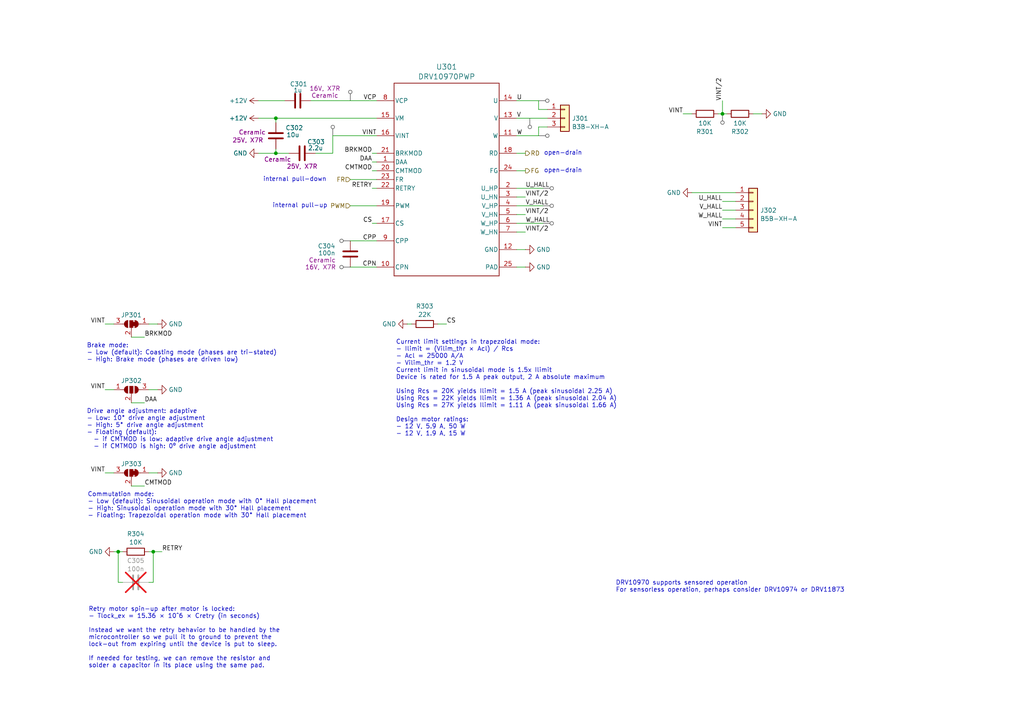
<source format=kicad_sch>
(kicad_sch (version 20231120) (generator "eeschema") (generator_version "8.0")
  (paper "A4")
  (title_block (title "Minuet Fan Motor Driver"))
  (lib_symbols
    (symbol "Connector_Generic:Conn_01x03" (pin_names (offset 1.016) hide)
      (property "Reference" "J" (at 0 5.08 0))
      (property "Value" "Conn_01x03" (at 0 -5.08 0))
      (symbol "Conn_01x03_1_1"
        (rectangle (start -1.27 -2.413) (end 0 -2.667) (stroke (width 0.1524)))
        (rectangle (start -1.27 0.127) (end 0 -0.127) (stroke (width 0.1524)))
        (rectangle (start -1.27 2.667) (end 0 2.413) (stroke (width 0.1524)))
        (rectangle (start -1.27 3.81) (end 1.27 -3.81) (stroke (width 0.254)) (fill (type background)))
        (pin passive line (at -5.08 2.54 0) (length 3.81) (name "Pin_1") (number "1"))
        (pin passive line (at -5.08 0 0) (length 3.81) (name "Pin_2") (number "2"))
        (pin passive line (at -5.08 -2.54 0) (length 3.81) (name "Pin_3") (number "3"))
      )
    )
    (symbol "Connector_Generic:Conn_01x05" (pin_names (offset 1.016) hide)
      (property "Reference" "J" (at 0 7.62 0))
      (property "Value" "Conn_01x05" (at 0 -7.62 0))
      (symbol "Conn_01x05_1_1"
        (rectangle (start -1.27 -4.953) (end 0 -5.207) (stroke (width 0.1524)))
        (rectangle (start -1.27 -2.413) (end 0 -2.667) (stroke (width 0.1524)))
        (rectangle (start -1.27 0.127) (end 0 -0.127) (stroke (width 0.1524)))
        (rectangle (start -1.27 2.667) (end 0 2.413) (stroke (width 0.1524)))
        (rectangle (start -1.27 5.207) (end 0 4.953) (stroke (width 0.1524)))
        (rectangle (start -1.27 6.35) (end 1.27 -6.35) (stroke (width 0.254)) (fill (type background)))
        (pin passive line (at -5.08 5.08 0) (length 3.81) (name "Pin_1") (number "1"))
        (pin passive line (at -5.08 2.54 0) (length 3.81) (name "Pin_2") (number "2"))
        (pin passive line (at -5.08 0 0) (length 3.81) (name "Pin_3") (number "3"))
        (pin passive line (at -5.08 -2.54 0) (length 3.81) (name "Pin_4") (number "4"))
        (pin passive line (at -5.08 -5.08 0) (length 3.81) (name "Pin_5") (number "5"))
      )
    )
    (symbol "DRV10970PWP:DRV10970PWP" (pin_names (offset 0.254))
      (property "Reference" "U" (at 0 2.54 0))
      (property "Value" "DRV10970PWP" (at 0 0 0))
      (symbol "DRV10970PWP_0_1"
        (polyline (pts (xy -15.24 -27.94) (xy 15.24 -27.94)) (stroke (width 0.2032)))
        (polyline (pts (xy -15.24 27.94) (xy -15.24 -27.94)) (stroke (width 0.2032)))
        (polyline (pts (xy 15.24 -27.94) (xy 15.24 27.94)) (stroke (width 0.2032)))
        (polyline (pts (xy 15.24 27.94) (xy -15.24 27.94)) (stroke (width 0.2032)))
        (pin input line (at -20.32 5.08 0) (length 5.08) (name "DAA") (number "1"))
        (pin power_out line (at -20.32 -25.4 0) (length 5.08) (name "CPN") (number "10"))
        (pin output line (at 20.32 12.7 180) (length 5.08) (name "W") (number "11"))
        (pin power_in line (at 20.32 -20.32 180) (length 5.08) (name "GND") (number "12"))
        (pin output line (at 20.32 17.78 180) (length 5.08) (name "V") (number "13"))
        (pin output line (at 20.32 22.86 180) (length 5.08) (name "U") (number "14"))
        (pin power_in line (at -20.32 17.78 0) (length 5.08) (name "VM") (number "15"))
        (pin power_out line (at -20.32 12.7 0) (length 5.08) (name "VINT") (number "16"))
        (pin input line (at -20.32 -12.7 0) (length 5.08) (name "CS") (number "17"))
        (pin open_collector line (at 20.32 7.62 180) (length 5.08) (name "RD") (number "18"))
        (pin input line (at -20.32 -7.62 0) (length 5.08) (name "PWM") (number "19"))
        (pin input line (at 20.32 -2.54 180) (length 5.08) (name "U_HP") (number "2"))
        (pin input line (at -20.32 2.54 0) (length 5.08) (name "CMTMOD") (number "20"))
        (pin input line (at -20.32 7.62 0) (length 5.08) (name "BRKMOD") (number "21"))
        (pin input line (at -20.32 -2.54 0) (length 5.08) (name "RETRY") (number "22"))
        (pin input line (at -20.32 0 0) (length 5.08) (name "FR") (number "23"))
        (pin open_collector line (at 20.32 2.54 180) (length 5.08) (name "FG") (number "24"))
        (pin power_in line (at 20.32 -25.4 180) (length 5.08) (name "PAD") (number "25"))
        (pin input line (at 20.32 -5.08 180) (length 5.08) (name "U_HN") (number "3"))
        (pin input line (at 20.32 -7.62 180) (length 5.08) (name "V_HP") (number "4"))
        (pin input line (at 20.32 -10.16 180) (length 5.08) (name "V_HN") (number "5"))
        (pin input line (at 20.32 -12.7 180) (length 5.08) (name "W_HP") (number "6"))
        (pin input line (at 20.32 -15.24 180) (length 5.08) (name "W_HN") (number "7"))
        (pin power_out line (at -20.32 22.86 0) (length 5.08) (name "VCP") (number "8"))
        (pin power_out line (at -20.32 -17.78 0) (length 5.08) (name "CPP") (number "9"))
      )
    )
    (symbol "Device:C" (pin_numbers hide) (pin_names (offset 0.254))
      (property "Reference" "C" (at 0.635 2.54 0))
      (property "Value" "C" (at 0.635 -2.54 0))
      (symbol "C_0_1"
        (polyline (pts (xy -2.032 -0.762) (xy 2.032 -0.762)) (stroke (width 0.508)))
        (polyline (pts (xy -2.032 0.762) (xy 2.032 0.762)) (stroke (width 0.508)))
      )
      (symbol "C_1_1"
        (pin passive line (at 0 3.81 270) (length 2.794) (name "~") (number "1"))
        (pin passive line (at 0 -3.81 90) (length 2.794) (name "~") (number "2"))
      )
    )
    (symbol "Device:R" (pin_numbers hide) (pin_names (offset 0))
      (property "Reference" "R" (at 2.032 0 90))
      (property "Value" "R" (at 0 0 90))
      (symbol "R_0_1"
        (rectangle (start -1.016 -2.54) (end 1.016 2.54) (stroke (width 0.254)))
      )
      (symbol "R_1_1"
        (pin passive line (at 0 3.81 270) (length 1.27) (name "~") (number "1"))
        (pin passive line (at 0 -3.81 90) (length 1.27) (name "~") (number "2"))
      )
    )
    (symbol "Jumper:SolderJumper_3_Bridged12" (pin_names (offset 0) hide) (exclude_from_sim yes) (in_bom no)
      (property "Reference" "JP" (at -2.54 -2.54 0))
      (property "Value" "SolderJumper_3_Bridged12" (at 0 2.794 0))
      (symbol "SolderJumper_3_Bridged12_0_1"
        (rectangle (start -1.016 0.508) (end -0.508 -0.508) (fill (type outline)))
        (arc (start -1.016 1.016) (mid -2.0276 0) (end -1.016 -1.016))
        (arc (start -1.016 1.016) (mid -2.0276 0) (end -1.016 -1.016) (fill (type outline)))
        (rectangle (start -0.508 1.016) (end 0.508 -1.016) (fill (type outline)))
        (polyline (pts (xy -2.54 0) (xy -2.032 0)))
        (polyline (pts (xy -1.016 1.016) (xy -1.016 -1.016)))
        (polyline (pts (xy 0 -1.27) (xy 0 -1.016)))
        (polyline (pts (xy 1.016 1.016) (xy 1.016 -1.016)))
        (polyline (pts (xy 2.54 0) (xy 2.032 0)))
        (arc (start 1.016 -1.016) (mid 2.0276 0) (end 1.016 1.016))
        (arc (start 1.016 -1.016) (mid 2.0276 0) (end 1.016 1.016) (fill (type outline)))
      )
      (symbol "SolderJumper_3_Bridged12_1_1"
        (pin passive line (at -5.08 0 0) (length 2.54) (name "A") (number "1"))
        (pin passive line (at 0 -3.81 90) (length 2.54) (name "C") (number "2"))
        (pin passive line (at 5.08 0 180) (length 2.54) (name "B") (number "3"))
      )
    )
    (symbol "Jumper:SolderJumper_3_Open" (pin_names (offset 0) hide) (exclude_from_sim yes) (in_bom no)
      (property "Reference" "JP" (at -2.54 -2.54 0))
      (property "Value" "SolderJumper_3_Open" (at 0 2.794 0))
      (symbol "SolderJumper_3_Open_0_1"
        (arc (start -1.016 1.016) (mid -2.0276 0) (end -1.016 -1.016))
        (arc (start -1.016 1.016) (mid -2.0276 0) (end -1.016 -1.016) (fill (type outline)))
        (rectangle (start -0.508 1.016) (end 0.508 -1.016) (fill (type outline)))
        (polyline (pts (xy -2.54 0) (xy -2.032 0)))
        (polyline (pts (xy -1.016 1.016) (xy -1.016 -1.016)))
        (polyline (pts (xy 0 -1.27) (xy 0 -1.016)))
        (polyline (pts (xy 1.016 1.016) (xy 1.016 -1.016)))
        (polyline (pts (xy 2.54 0) (xy 2.032 0)))
        (arc (start 1.016 -1.016) (mid 2.0276 0) (end 1.016 1.016))
        (arc (start 1.016 -1.016) (mid 2.0276 0) (end 1.016 1.016) (fill (type outline)))
      )
      (symbol "SolderJumper_3_Open_1_1"
        (pin passive line (at -5.08 0 0) (length 2.54) (name "A") (number "1"))
        (pin passive line (at 0 -3.81 90) (length 2.54) (name "C") (number "2"))
        (pin passive line (at 5.08 0 180) (length 2.54) (name "B") (number "3"))
      )
    )
    (symbol "power:+12V" (power) (pin_numbers hide) (pin_names (offset 0) hide)
      (property "Value" "+12V" (at 0 3.556 0))
      (symbol "+12V_0_1"
        (polyline (pts (xy -0.762 1.27) (xy 0 2.54)))
        (polyline (pts (xy 0 0) (xy 0 2.54)))
        (polyline (pts (xy 0 2.54) (xy 0.762 1.27)))
      )
      (symbol "+12V_1_1"
        (pin power_in line (at 0 0 90) (length 0) (name "~") (number "1"))
      )
    )
    (symbol "power:GND" (power) (pin_numbers hide) (pin_names (offset 0) hide)
      (property "Value" "GND" (at 0 -3.81 0))
      (symbol "GND_0_1"
        (polyline (pts (xy 0 0) (xy 0 -1.27) (xy 1.27 -1.27) (xy 0 -2.54) (xy -1.27 -1.27) (xy 0 -1.27)))
      )
      (symbol "GND_1_1"
        (pin power_in line (at 0 0 270) (length 0) (name "~") (number "1"))
      )
    )
  )
  (junction (at 44.45 160.02))
  (junction (at 80.01 34.29))
  (junction (at 34.29 160.02))
  (junction (at 80.01 44.45))
  (junction (at 209.55 33.02))
  (wire (pts (xy 152.4 57.15) (xy 149.86 57.15)))
  (wire (pts (xy 30.48 113.03) (xy 33.02 113.03)))
  (wire (pts (xy 91.44 44.45) (xy 96.52 44.45)))
  (wire (pts (xy 96.52 44.45) (xy 96.52 39.37)))
  (wire (pts (xy 30.48 93.98) (xy 33.02 93.98)))
  (wire (pts (xy 209.55 60.96) (xy 213.36 60.96)))
  (wire (pts (xy 107.95 46.99) (xy 109.22 46.99)))
  (wire (pts (xy 156.21 36.83) (xy 156.21 39.37)))
  (wire (pts (xy 209.55 58.42) (xy 213.36 58.42)))
  (wire (pts (xy 80.01 44.45) (xy 80.01 43.18)))
  (wire (pts (xy 38.1 97.79) (xy 41.91 97.79)))
  (wire (pts (xy 101.6 77.47) (xy 109.22 77.47)))
  (wire (pts (xy 149.86 49.53) (xy 152.4 49.53)))
  (wire (pts (xy 209.55 29.21) (xy 209.55 33.02)))
  (wire (pts (xy 30.48 137.16) (xy 33.02 137.16)))
  (wire (pts (xy 43.18 113.03) (xy 45.72 113.03)))
  (wire (pts (xy 107.95 54.61) (xy 109.22 54.61)))
  (wire (pts (xy 38.1 140.97) (xy 41.91 140.97)))
  (wire (pts (xy 101.6 59.69) (xy 109.22 59.69)))
  (wire (pts (xy 158.75 36.83) (xy 156.21 36.83)))
  (wire (pts (xy 35.56 160.02) (xy 34.29 160.02)))
  (wire (pts (xy 198.12 33.02) (xy 200.66 33.02)))
  (wire (pts (xy 43.18 168.91) (xy 44.45 168.91)))
  (wire (pts (xy 107.95 44.45) (xy 109.22 44.45)))
  (wire (pts (xy 152.4 62.23) (xy 149.86 62.23)))
  (wire (pts (xy 107.95 64.77) (xy 109.22 64.77)))
  (wire (pts (xy 209.55 66.04) (xy 213.36 66.04)))
  (wire (pts (xy 156.21 29.21) (xy 156.21 31.75)))
  (wire (pts (xy 101.6 52.07) (xy 109.22 52.07)))
  (wire (pts (xy 107.95 49.53) (xy 109.22 49.53)))
  (wire (pts (xy 218.44 33.02) (xy 220.98 33.02)))
  (wire (pts (xy 44.45 168.91) (xy 44.45 160.02)))
  (wire (pts (xy 119.38 93.98) (xy 118.11 93.98)))
  (wire (pts (xy 96.52 39.37) (xy 109.22 39.37)))
  (wire (pts (xy 149.86 77.47) (xy 152.4 77.47)))
  (wire (pts (xy 101.6 69.85) (xy 109.22 69.85)))
  (wire (pts (xy 156.21 31.75) (xy 158.75 31.75)))
  (wire (pts (xy 200.66 55.88) (xy 213.36 55.88)))
  (wire (pts (xy 74.93 29.21) (xy 82.55 29.21)))
  (wire (pts (xy 149.86 54.61) (xy 157.48 54.61)))
  (wire (pts (xy 80.01 34.29) (xy 109.22 34.29)))
  (wire (pts (xy 80.01 44.45) (xy 83.82 44.45)))
  (wire (pts (xy 34.29 160.02) (xy 34.29 168.91)))
  (wire (pts (xy 149.86 44.45) (xy 152.4 44.45)))
  (wire (pts (xy 149.86 39.37) (xy 156.21 39.37)))
  (wire (pts (xy 74.93 34.29) (xy 80.01 34.29)))
  (wire (pts (xy 149.86 64.77) (xy 157.48 64.77)))
  (wire (pts (xy 43.18 137.16) (xy 45.72 137.16)))
  (wire (pts (xy 43.18 160.02) (xy 44.45 160.02)))
  (wire (pts (xy 34.29 160.02) (xy 33.02 160.02)))
  (wire (pts (xy 208.28 33.02) (xy 209.55 33.02)))
  (wire (pts (xy 149.86 72.39) (xy 152.4 72.39)))
  (wire (pts (xy 43.18 93.98) (xy 45.72 93.98)))
  (wire (pts (xy 149.86 59.69) (xy 157.48 59.69)))
  (wire (pts (xy 38.1 116.84) (xy 41.91 116.84)))
  (wire (pts (xy 127 93.98) (xy 129.54 93.98)))
  (wire (pts (xy 149.86 34.29) (xy 158.75 34.29)))
  (wire (pts (xy 90.17 29.21) (xy 109.22 29.21)))
  (wire (pts (xy 209.55 63.5) (xy 213.36 63.5)))
  (wire (pts (xy 74.93 44.45) (xy 80.01 44.45)))
  (wire (pts (xy 152.4 67.31) (xy 149.86 67.31)))
  (wire (pts (xy 209.55 33.02) (xy 210.82 33.02)))
  (wire (pts (xy 80.01 34.29) (xy 80.01 35.56)))
  (wire (pts (xy 35.56 168.91) (xy 34.29 168.91)))
  (wire (pts (xy 44.45 160.02) (xy 46.99 160.02)))
  (wire (pts (xy 149.86 29.21) (xy 156.21 29.21)))
  (text "Brake mode:\n- Low (default): Coasting mode (phases are tri-stated)\n- High: Brake mode (phases are driven low)" (at 25.146 99.568 0) (effects (font (size 1.27 1.27)) (justify left top)))
  (text "internal pull-up" (at 94.996 59.69 0) (effects (font (size 1.27 1.27)) (justify right)))
  (text "Drive angle adjustment: adaptive\n- Low: 10° drive angle adjustment\n- High: 5° drive angle adjustment\n- Floating (default):\n  - if CMTMOD is low: adaptive drive angle adjustment\n  - if CMTMOD is high: 0º drive angle adjustment" (at 25.146 118.618 0) (effects (font (size 1.27 1.27)) (justify left top)))
  (text "DRV10970 supports sensored operation\nFor sensorless operation, perhaps consider DRV10974 or DRV11873" (at 178.562 168.402 0) (effects (font (size 1.27 1.27)) (justify left top)))
  (text "Retry motor spin-up after motor is locked:\n- Tlock_ex = 15.36 × 10^6 × Cretry (in seconds)\n\nInstead we want the retry behavior to be handled by the\nmicrocontroller so we pull it to ground to prevent the\nlock-out from expiring until the device is put to sleep.\n\nIf needed for testing, we can remove the resistor and\nsolder a capacitor in its place using the same pad." (at 25.654 176.022 0) (effects (font (size 1.27 1.27)) (justify left top)))
  (text "open-drain" (at 157.734 49.53 0) (effects (font (size 1.27 1.27)) (justify left)))
  (text "internal pull-down" (at 94.742 52.07 0) (effects (font (size 1.27 1.27)) (justify right)))
  (text "Current limit settings in trapezoidal mode:\n- Ilimit = (Vilim_thr × Acl) / Rcs \n- Acl = 25000 A/A\n- Vilim_thr = 1.2 V\nCurrent limit in sinusoidal mode is 1.5x Ilimit\nDevice is rated for 1.5 A peak output, 2 A absolute maximum\n\nUsing Rcs = 20K yields Ilimit = 1.5 A (peak sinusoidal 2.25 A)\nUsing Rcs = 22K yields Ilimit = 1.36 A (peak sinusoidal 2.04 A)\nUsing Rcs = 27K yields Ilimit = 1.11 A (peak sinusoidal 1.66 A)\n\nDesign motor ratings:\n- 12 V, 5.9 A, 50 W\n- 12 V, 1.9 A, 15 W\n" (at 114.808 98.552 0) (effects (font (size 1.27 1.27)) (justify left top)))
  (text "Commutation mode:\n- Low (default): Sinusoidal operation mode with 0° Hall placement\n- High: Sinusoidal operation mode with 30° Hall placement\n- Floating: Trapezoidal operation mode with 30° Hall placement" (at 25.4 142.748 0) (effects (font (size 1.27 1.27)) (justify left top)))
  (text "open-drain" (at 157.734 44.45 0) (effects (font (size 1.27 1.27)) (justify left)))
  (label "VINT" (at 30.48 113.03 180))
  (label "BRKMOD" (at 107.95 44.45 180))
  (label "CPN" (at 109.22 77.47 180))
  (label "CS" (at 129.54 93.98 0))
  (label "VINT{slash}2" (at 209.55 29.21 90))
  (label "VINT" (at 209.55 66.04 180))
  (label "U_HALL" (at 152.4 54.61 0))
  (label "DAA" (at 41.91 116.84 0))
  (label "U" (at 149.86 29.21 0))
  (label "W" (at 149.86 39.37 0))
  (label "VINT{slash}2" (at 152.4 62.23 0))
  (label "VINT{slash}2" (at 152.4 67.31 0))
  (label "W_HALL" (at 209.55 63.5 180))
  (label "VINT" (at 30.48 137.16 180))
  (label "CMTMOD" (at 41.91 140.97 0))
  (label "V" (at 149.86 34.29 0))
  (label "BRKMOD" (at 41.91 97.79 0))
  (label "CMTMOD" (at 107.95 49.53 180))
  (label "VINT" (at 109.22 39.37 180))
  (label "V_HALL" (at 152.4 59.69 0))
  (label "VCP" (at 109.22 29.21 180))
  (label "VINT" (at 30.48 93.98 180))
  (label "RETRY" (at 107.95 54.61 180))
  (label "U_HALL" (at 209.55 58.42 180))
  (label "RETRY" (at 46.99 160.02 0))
  (label "W_HALL" (at 152.4 64.77 0))
  (label "VINT{slash}2" (at 152.4 57.15 0))
  (label "CS" (at 107.95 64.77 180))
  (label "V_HALL" (at 209.55 60.96 180))
  (label "VINT" (at 198.12 33.02 180))
  (label "CPP" (at 109.22 69.85 180))
  (label "DAA" (at 107.95 46.99 180))
  (hierarchical_label "FG" (shape output) (at 152.4 49.53 0))
  (hierarchical_label "RD" (shape output) (at 152.4 44.45 0))
  (hierarchical_label "PWM" (shape input) (at 101.6 59.69 180))
  (hierarchical_label "FR" (shape input) (at 101.6 52.07 180))
  (netclass_flag "" (length 2.54) (shape round) (at 156.21 29.21 270) (property "Netclass" "Power-3A" (effects (hide yes))))
  (netclass_flag "" (length 2.54) (shape round) (at 157.48 64.77 270) (property "Netclass" "Power" (effects (hide yes))))
  (netclass_flag "" (length 2.54) (shape round) (at 101.6 69.85 90) (property "Netclass" "Power" (effects (hide yes))))
  (netclass_flag "" (length 2.54) (shape round) (at 156.21 39.37 270) (property "Netclass" "Power-3A" (effects (hide yes))))
  (netclass_flag "" (length 2.54) (shape round) (at 209.55 33.02 180) (property "Netclass" "Power" (effects (hide yes))))
  (netclass_flag "" (length 2.54) (shape round) (at 157.48 54.61 270) (property "Netclass" "Power" (effects (hide yes))))
  (netclass_flag "" (length 2.54) (shape round) (at 157.48 59.69 270) (property "Netclass" "Power" (effects (hide yes))))
  (netclass_flag "" (length 2.54) (shape round) (at 101.6 77.47 90) (property "Netclass" "Power" (effects (hide yes))))
  (netclass_flag "" (length 2.54) (shape round) (at 101.6 29.21 0) (property "Netclass" "Power" (effects (hide yes))))
  (netclass_flag "" (length 2.54) (shape round) (at 153.67 34.29 180) (property "Netclass" "Power-3A" (effects (hide yes))))
  (netclass_flag "" (length 2.54) (shape round) (at 96.52 39.37 0) (property "Netclass" "Power" (effects (hide yes))))
  (symbol (lib_id "power:GND") (at 74.93 44.45 270) (unit 1)
    (property "Reference" "#PWR0304" (effects (hide yes)))
    (property "Value" "GND" (at 71.7551 44.45 90) (effects (justify right)))
    (property "Description" "Power symbol creates a global label with name \"GND\" , ground" (effects (hide yes)))
  )
  (symbol (lib_id "Jumper:SolderJumper_3_Bridged12") (at 38.1 137.16 0) (mirror y) (unit 1) (exclude_from_sim yes) (in_bom no)
    (property "Reference" "JP303" (at 38.1 134.5509 0))
    (property "Value" "SolderJumper_3_Bridged12" (effects (hide yes)))
    (property "Footprint" "Jumper:SolderJumper-3_P1.3mm_Bridged12_RoundedPad1.0x1.5mm" (effects (hide yes)))
    (property "Description" "3-pole Solder Jumper, pins 1+2 closed/bridged" (effects (hide yes)))
  )
  (symbol (lib_id "Jumper:SolderJumper_3_Bridged12") (at 38.1 93.98 0) (mirror y) (unit 1) (exclude_from_sim yes) (in_bom no)
    (property "Reference" "JP301" (at 38.1 91.3709 0))
    (property "Value" "SolderJumper_3_Bridged12" (effects (hide yes)))
    (property "Footprint" "Jumper:SolderJumper-3_P1.3mm_Bridged12_RoundedPad1.0x1.5mm" (effects (hide yes)))
    (property "Description" "3-pole Solder Jumper, pins 1+2 closed/bridged" (effects (hide yes)))
  )
  (symbol (lib_id "power:+12V") (at 74.93 34.29 90) (unit 1)
    (property "Reference" "#PWR0303" (effects (hide yes)))
    (property "Value" "+12V" (at 71.755 34.29 90) (effects (justify left)))
    (property "Description" "Power symbol creates a global label with name \"+12V\"" (effects (hide yes)))
  )
  (symbol (lib_id "power:GND") (at 152.4 72.39 90) (unit 1)
    (property "Reference" "#PWR0306" (effects (hide yes)))
    (property "Value" "GND" (at 155.575 72.39 90) (effects (justify right)))
    (property "Description" "Power symbol creates a global label with name \"GND\" , ground" (effects (hide yes)))
  )
  (symbol (lib_id "Device:R") (at 123.19 93.98 90) (mirror x) (unit 1)
    (property "Reference" "R303" (at 123.19 88.8195 90))
    (property "Value" "22K" (at 123.19 91.2438 90))
    (property "Footprint" "Resistor_SMD:R_0603_1608Metric_Pad0.98x0.95mm_HandSolder" (effects (hide yes)))
    (property "Description" "Resistor" (effects (hide yes)))
  )
  (symbol (lib_id "power:GND") (at 45.72 113.03 90) (mirror x) (unit 1)
    (property "Reference" "#PWR0310" (effects (hide yes)))
    (property "Value" "GND" (at 48.895 113.03 90) (effects (justify right)))
    (property "Description" "Power symbol creates a global label with name \"GND\" , ground" (effects (hide yes)))
  )
  (symbol (lib_id "Device:C") (at 87.63 44.45 90) (unit 1)
    (property "Reference" "C303" (at 94.234 41.148 90) (effects (justify left)))
    (property "Value" "2.2u" (at 93.726 42.926 90) (effects (justify left)))
    (property "Footprint" "Capacitor_SMD:C_0805_2012Metric_Pad1.18x1.45mm_HandSolder" (effects (hide yes)))
    (property "Description" "Unpolarized capacitor" (effects (hide yes)))
    (property "Type" "Ceramic" (at 80.518 46.228 90))
    (property "Rating" "25V, X7R" (at 87.63 48.26 90))
  )
  (symbol (lib_id "power:GND") (at 220.98 33.02 90) (unit 1)
    (property "Reference" "#PWR0302" (effects (hide yes)))
    (property "Value" "GND" (at 224.155 33.02 90) (effects (justify right)))
    (property "Description" "Power symbol creates a global label with name \"GND\" , ground" (effects (hide yes)))
  )
  (symbol (lib_id "Device:C") (at 80.01 39.37 0) (unit 1)
    (property "Reference" "C302" (at 82.804 37.084 0) (effects (justify left)))
    (property "Value" "10u" (at 83.058 39.116 0) (effects (justify left)))
    (property "Footprint" "Capacitor_SMD:C_1206_3216Metric_Pad1.33x1.80mm_HandSolder" (effects (hide yes)))
    (property "Description" "Unpolarized capacitor" (effects (hide yes)))
    (property "Type" "Ceramic" (at 73.152 38.354 0))
    (property "Rating" "25V, X7R" (at 71.882 40.64 0))
  )
  (symbol (lib_id "power:GND") (at 45.72 93.98 90) (mirror x) (unit 1)
    (property "Reference" "#PWR0308" (effects (hide yes)))
    (property "Value" "GND" (at 48.895 93.98 90) (effects (justify right)))
    (property "Description" "Power symbol creates a global label with name \"GND\" , ground" (effects (hide yes)))
  )
  (symbol (lib_id "Connector_Generic:Conn_01x05") (at 218.44 60.96 0) (unit 1)
    (property "Reference" "J302" (at 220.472 61.0178 0) (effects (justify left)))
    (property "Value" "B5B-XH-A" (at 220.472 63.4421 0) (effects (justify left)))
    (property "Footprint" "Connector_JST:JST_XH_B5B-XH-A_1x05_P2.50mm_Vertical" (effects (hide yes)))
    (property "Description" "Generic connector, single row, 01x05, script generated (kicad-library-utils/schlib/autogen/connector/)" (effects (hide yes)))
  )
  (symbol (lib_id "DRV10970PWP:DRV10970PWP") (at 129.54 52.07 0) (unit 1)
    (property "Reference" "U301" (at 129.54 19.398 0) (effects (font (size 1.524 1.524))))
    (property "Value" "DRV10970PWP" (at 129.54 22.2309 0) (effects (font (size 1.524 1.524))))
    (property "Footprint" "DRV10970PWP:SOP65P640X120-25N" (effects (hide yes)))
    (property "Datasheet" "https://www.ti.com/lit/ds/symlink/drv10970.pdf" (effects (hide yes)))
  )
  (symbol (lib_id "Device:R") (at 214.63 33.02 90) (unit 1)
    (property "Reference" "R302" (at 214.63 38.1805 90))
    (property "Value" "10K" (at 214.63 35.7562 90))
    (property "Footprint" "Resistor_SMD:R_0603_1608Metric_Pad0.98x0.95mm_HandSolder" (effects (hide yes)))
    (property "Description" "Resistor" (effects (hide yes)))
  )
  (symbol (lib_id "Jumper:SolderJumper_3_Open") (at 38.1 113.03 0) (unit 1) (exclude_from_sim yes) (in_bom no)
    (property "Reference" "JP302" (at 38.1 110.4209 0))
    (property "Value" "SolderJumper_3_Open" (effects (hide yes)))
    (property "Footprint" "Jumper:SolderJumper-3_P1.3mm_Open_RoundedPad1.0x1.5mm" (effects (hide yes)))
    (property "Description" "Solder Jumper, 3-pole, open" (effects (hide yes)))
  )
  (symbol (lib_id "power:GND") (at 33.02 160.02 270) (mirror x) (unit 1)
    (property "Reference" "#PWR0312" (effects (hide yes)))
    (property "Value" "GND" (at 29.8451 160.02 90) (effects (justify right)))
    (property "Description" "Power symbol creates a global label with name \"GND\" , ground" (effects (hide yes)))
  )
  (symbol (lib_id "power:GND") (at 118.11 93.98 270) (mirror x) (unit 1)
    (property "Reference" "#PWR0309" (effects (hide yes)))
    (property "Value" "GND" (at 114.9351 93.98 90) (effects (justify right)))
    (property "Description" "Power symbol creates a global label with name \"GND\" , ground" (effects (hide yes)))
  )
  (symbol (lib_id "power:GND") (at 152.4 77.47 90) (unit 1)
    (property "Reference" "#PWR0307" (effects (hide yes)))
    (property "Value" "GND" (at 155.575 77.47 90) (effects (justify right)))
    (property "Description" "Power symbol creates a global label with name \"GND\" , ground" (effects (hide yes)))
  )
  (symbol (lib_id "Device:C") (at 101.6 73.66 0) (mirror y) (unit 1)
    (property "Reference" "C304" (at 97.282 71.374 0) (effects (justify left)))
    (property "Value" "100n" (at 97.282 73.406 0) (effects (justify left)))
    (property "Footprint" "Capacitor_SMD:C_0603_1608Metric_Pad1.08x0.95mm_HandSolder" (effects (hide yes)))
    (property "Description" "Unpolarized capacitor" (effects (hide yes)))
    (property "Type" "Ceramic" (at 93.472 75.438 0))
    (property "Rating" "16V, X7R" (at 92.964 77.47 0))
  )
  (symbol (lib_id "power:+12V") (at 74.93 29.21 90) (unit 1)
    (property "Reference" "#PWR0301" (effects (hide yes)))
    (property "Value" "+12V" (at 71.755 29.21 90) (effects (justify left)))
    (property "Description" "Power symbol creates a global label with name \"+12V\"" (effects (hide yes)))
  )
  (symbol (lib_id "Device:C") (at 86.36 29.21 270) (mirror x) (unit 1)
    (property "Reference" "C301" (at 84.074 24.384 90) (effects (justify left)))
    (property "Value" "1u" (at 85.09 26.162 90) (effects (justify left)))
    (property "Footprint" "Capacitor_SMD:C_0603_1608Metric_Pad1.08x0.95mm_HandSolder" (effects (hide yes)))
    (property "Description" "Unpolarized capacitor" (effects (hide yes)))
    (property "Type" "Ceramic" (at 94.234 27.686 90))
    (property "Rating" "16V, X7R" (at 94.234 25.654 90))
  )
  (symbol (lib_id "Device:R") (at 204.47 33.02 90) (unit 1)
    (property "Reference" "R301" (at 204.47 38.1805 90))
    (property "Value" "10K" (at 204.47 35.7562 90))
    (property "Footprint" "Resistor_SMD:R_0603_1608Metric_Pad0.98x0.95mm_HandSolder" (effects (hide yes)))
    (property "Description" "Resistor" (effects (hide yes)))
  )
  (symbol (lib_id "power:GND") (at 45.72 137.16 90) (mirror x) (unit 1)
    (property "Reference" "#PWR0311" (effects (hide yes)))
    (property "Value" "GND" (at 48.895 137.16 90) (effects (justify right)))
    (property "Description" "Power symbol creates a global label with name \"GND\" , ground" (effects (hide yes)))
  )
  (symbol (lib_id "Connector_Generic:Conn_01x03") (at 163.83 34.29 0) (unit 1)
    (property "Reference" "J301" (at 165.862 34.3478 0) (effects (justify left)))
    (property "Value" "B3B-XH-A" (at 165.862 36.7721 0) (effects (justify left)))
    (property "Footprint" "Connector_JST:JST_XH_B3B-XH-A_1x03_P2.50mm_Vertical" (effects (hide yes)))
    (property "Description" "Generic connector, single row, 01x03, script generated (kicad-library-utils/schlib/autogen/connector/)" (effects (hide yes)))
  )
  (symbol (lib_id "Device:R") (at 39.37 160.02 90) (mirror x) (unit 1)
    (property "Reference" "R304" (at 39.37 154.8595 90))
    (property "Value" "10K" (at 39.37 157.2838 90))
    (property "Footprint" "Resistor_SMD:R_0603_1608Metric_Pad0.98x0.95mm_HandSolder" (effects (hide yes)))
    (property "Description" "Resistor" (effects (hide yes)))
  )
  (symbol (lib_id "Device:C") (at 39.37 168.91 270) (unit 1) (exclude_from_sim yes) (in_bom no) (on_board no) (dnp yes)
    (property "Reference" "C305" (at 39.37 162.6065 90))
    (property "Value" "100n" (at 39.37 165.0308 90))
    (property "Footprint" "Capacitor_SMD:C_0603_1608Metric_Pad1.08x0.95mm_HandSolder" (effects (hide yes)))
    (property "Description" "Unpolarized capacitor" (effects (hide yes)))
  )
  (symbol (lib_id "power:GND") (at 200.66 55.88 270) (unit 1)
    (property "Reference" "#PWR0305" (effects (hide yes)))
    (property "Value" "GND" (at 197.4851 55.88 90) (effects (justify right)))
    (property "Description" "Power symbol creates a global label with name \"GND\" , ground" (effects (hide yes)))
  )
)
</source>
